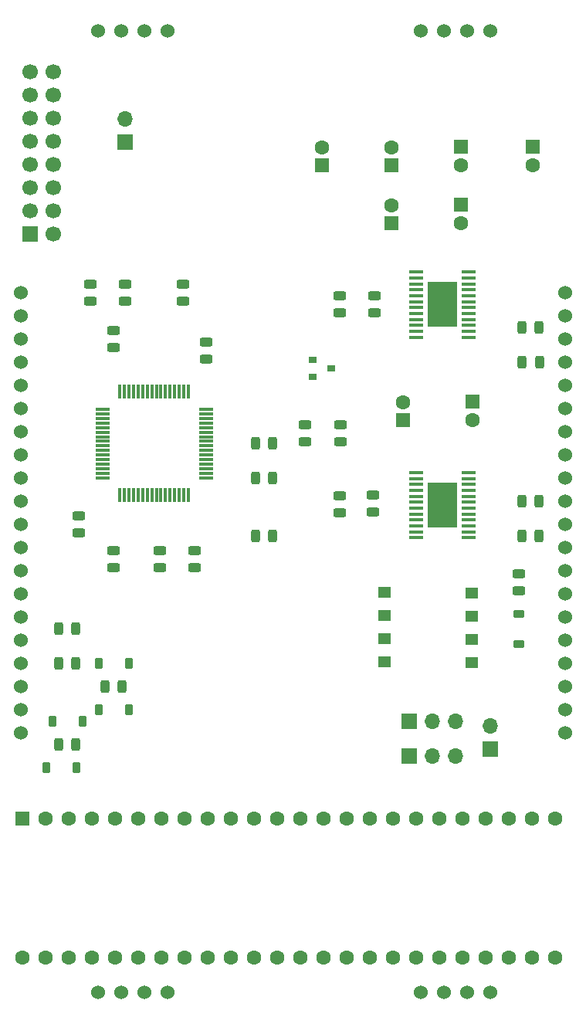
<source format=gbr>
%TF.GenerationSoftware,KiCad,Pcbnew,7.0.10*%
%TF.CreationDate,2024-05-23T22:52:30+02:00*%
%TF.ProjectId,teensy-eurorack,7465656e-7379-42d6-9575-726f7261636b,rev?*%
%TF.SameCoordinates,Original*%
%TF.FileFunction,Soldermask,Bot*%
%TF.FilePolarity,Negative*%
%FSLAX46Y46*%
G04 Gerber Fmt 4.6, Leading zero omitted, Abs format (unit mm)*
G04 Created by KiCad (PCBNEW 7.0.10) date 2024-05-23 22:52:30*
%MOMM*%
%LPD*%
G01*
G04 APERTURE LIST*
G04 Aperture macros list*
%AMRoundRect*
0 Rectangle with rounded corners*
0 $1 Rounding radius*
0 $2 $3 $4 $5 $6 $7 $8 $9 X,Y pos of 4 corners*
0 Add a 4 corners polygon primitive as box body*
4,1,4,$2,$3,$4,$5,$6,$7,$8,$9,$2,$3,0*
0 Add four circle primitives for the rounded corners*
1,1,$1+$1,$2,$3*
1,1,$1+$1,$4,$5*
1,1,$1+$1,$6,$7*
1,1,$1+$1,$8,$9*
0 Add four rect primitives between the rounded corners*
20,1,$1+$1,$2,$3,$4,$5,0*
20,1,$1+$1,$4,$5,$6,$7,0*
20,1,$1+$1,$6,$7,$8,$9,0*
20,1,$1+$1,$8,$9,$2,$3,0*%
G04 Aperture macros list end*
%ADD10R,1.700000X1.700000*%
%ADD11C,1.700000*%
%ADD12RoundRect,0.225000X0.225000X0.375000X-0.225000X0.375000X-0.225000X-0.375000X0.225000X-0.375000X0*%
%ADD13RoundRect,0.225000X-0.225000X-0.375000X0.225000X-0.375000X0.225000X0.375000X-0.225000X0.375000X0*%
%ADD14RoundRect,0.225000X-0.375000X0.225000X-0.375000X-0.225000X0.375000X-0.225000X0.375000X0.225000X0*%
%ADD15C,1.600000*%
%ADD16R,1.600000X1.600000*%
%ADD17C,1.524000*%
%ADD18O,1.700000X1.700000*%
%ADD19RoundRect,0.243750X0.243750X0.456250X-0.243750X0.456250X-0.243750X-0.456250X0.243750X-0.456250X0*%
%ADD20R,1.400000X1.300000*%
%ADD21RoundRect,0.075000X-0.075000X0.700000X-0.075000X-0.700000X0.075000X-0.700000X0.075000X0.700000X0*%
%ADD22RoundRect,0.075000X-0.700000X0.075000X-0.700000X-0.075000X0.700000X-0.075000X0.700000X0.075000X0*%
%ADD23R,0.900000X0.800000*%
%ADD24RoundRect,0.100000X0.675000X0.100000X-0.675000X0.100000X-0.675000X-0.100000X0.675000X-0.100000X0*%
%ADD25R,3.200000X5.000000*%
%ADD26RoundRect,0.243750X-0.243750X-0.456250X0.243750X-0.456250X0.243750X0.456250X-0.243750X0.456250X0*%
%ADD27RoundRect,0.243750X0.456250X-0.243750X0.456250X0.243750X-0.456250X0.243750X-0.456250X-0.243750X0*%
%ADD28RoundRect,0.243750X-0.456250X0.243750X-0.456250X-0.243750X0.456250X-0.243750X0.456250X0.243750X0*%
G04 APERTURE END LIST*
D10*
%TO.C,J28*%
X111506000Y-58293000D03*
D11*
X114046000Y-58293000D03*
X111506000Y-55753000D03*
X114046000Y-55753000D03*
X111506000Y-53213000D03*
X114046000Y-53213000D03*
X111506000Y-50673000D03*
X114046000Y-50673000D03*
X111506000Y-48133000D03*
X114046000Y-48133000D03*
X111506000Y-45593000D03*
X114046000Y-45593000D03*
X114046000Y-43053000D03*
X111506000Y-43053000D03*
X111506000Y-40513000D03*
X114046000Y-40513000D03*
%TD*%
D12*
%TO.C,D5*%
X122300000Y-105410000D03*
X119000000Y-105410000D03*
%TD*%
D13*
%TO.C,D4*%
X119000000Y-110490000D03*
X122300000Y-110490000D03*
%TD*%
D12*
%TO.C,D3*%
X117220000Y-111760000D03*
X113920000Y-111760000D03*
%TD*%
D13*
%TO.C,D2*%
X116600000Y-116800000D03*
X113300000Y-116800000D03*
%TD*%
D14*
%TO.C,D1*%
X165100000Y-103250000D03*
X165100000Y-99950000D03*
%TD*%
D15*
%TO.C,C34*%
X158750000Y-50768000D03*
D16*
X158750000Y-48768000D03*
%TD*%
D17*
%TO.C,BB1*%
X110490000Y-64770000D03*
X110490000Y-67310000D03*
X110490000Y-69850000D03*
X110490000Y-72390000D03*
X110490000Y-74930000D03*
X110490000Y-77470000D03*
X110490000Y-80010000D03*
X110490000Y-82550000D03*
X110490000Y-85090000D03*
X110490000Y-87630000D03*
X110490000Y-90170000D03*
X110490000Y-92710000D03*
X110490000Y-95250000D03*
X110490000Y-97790000D03*
X110490000Y-100330000D03*
X110490000Y-102870000D03*
X110490000Y-105410000D03*
X110490000Y-107950000D03*
X110490000Y-110490000D03*
X110490000Y-113030000D03*
X170180000Y-64770000D03*
X170180000Y-67310000D03*
X170180000Y-69850000D03*
X170180000Y-72390000D03*
X170180000Y-74930000D03*
X170180000Y-77470000D03*
X170180000Y-80010000D03*
X170180000Y-82550000D03*
X170180000Y-85090000D03*
X170180000Y-87630000D03*
X170180000Y-90170000D03*
X170180000Y-92710000D03*
X170180000Y-95250000D03*
X170180000Y-97790000D03*
X170180000Y-100330000D03*
X170180000Y-102870000D03*
X170180000Y-105410000D03*
X170180000Y-107950000D03*
X170180000Y-110490000D03*
X170180000Y-113030000D03*
X161925000Y-141478000D03*
X159385000Y-141478000D03*
X156845000Y-141478000D03*
X154305000Y-141478000D03*
X126555500Y-141478000D03*
X124015500Y-141478000D03*
X121475500Y-141478000D03*
X118935500Y-141478000D03*
X118935500Y-36068000D03*
X121475500Y-36068000D03*
X124015500Y-36068000D03*
X126555500Y-36068000D03*
X154305000Y-36068000D03*
X156845000Y-36068000D03*
X159385000Y-36068000D03*
X161925000Y-36068000D03*
%TD*%
D15*
%TO.C,C33*%
X166624000Y-50768000D03*
D16*
X166624000Y-48768000D03*
%TD*%
D15*
%TO.C,C32*%
X160020000Y-78708000D03*
D16*
X160020000Y-76708000D03*
%TD*%
D15*
%TO.C,C31*%
X158750000Y-57118000D03*
D16*
X158750000Y-55118000D03*
%TD*%
D15*
%TO.C,C25*%
X151130000Y-55150000D03*
D16*
X151130000Y-57150000D03*
%TD*%
D15*
%TO.C,C23*%
X152400000Y-76740000D03*
D16*
X152400000Y-78740000D03*
%TD*%
D15*
%TO.C,C21*%
X151130000Y-48800000D03*
D16*
X151130000Y-50800000D03*
%TD*%
D15*
%TO.C,C19*%
X143510000Y-48800000D03*
D16*
X143510000Y-50800000D03*
%TD*%
D18*
%TO.C,J3*%
X158115000Y-111760000D03*
X155575000Y-111760000D03*
D10*
X153035000Y-111760000D03*
%TD*%
D18*
%TO.C,J2*%
X161925000Y-112268000D03*
D10*
X161925000Y-114808000D03*
%TD*%
D18*
%TO.C,J1*%
X158115000Y-115570000D03*
X155575000Y-115570000D03*
D10*
X153035000Y-115570000D03*
%TD*%
D19*
%TO.C,R4*%
X121587500Y-107950000D03*
X119712500Y-107950000D03*
%TD*%
%TO.C,R3*%
X116507500Y-114300000D03*
X114632500Y-114300000D03*
%TD*%
D20*
%TO.C,U7*%
X159900000Y-97640000D03*
X159900000Y-100180000D03*
X159900000Y-102720000D03*
X159900000Y-105260000D03*
X150360000Y-105190000D03*
X150360000Y-102650000D03*
X150360000Y-100110000D03*
X150360000Y-97570000D03*
%TD*%
D21*
%TO.C,U6*%
X121345000Y-75605000D03*
X121845000Y-75605000D03*
X122345000Y-75605000D03*
X122845000Y-75605000D03*
X123345000Y-75605000D03*
X123845000Y-75605000D03*
X124345000Y-75605000D03*
X124845000Y-75605000D03*
X125345000Y-75605000D03*
X125845000Y-75605000D03*
X126345000Y-75605000D03*
X126845000Y-75605000D03*
X127345000Y-75605000D03*
X127845000Y-75605000D03*
X128345000Y-75605000D03*
X128845000Y-75605000D03*
D22*
X130770000Y-77530000D03*
X130770000Y-78030000D03*
X130770000Y-78530000D03*
X130770000Y-79030000D03*
X130770000Y-79530000D03*
X130770000Y-80030000D03*
X130770000Y-80530000D03*
X130770000Y-81030000D03*
X130770000Y-81530000D03*
X130770000Y-82030000D03*
X130770000Y-82530000D03*
X130770000Y-83030000D03*
X130770000Y-83530000D03*
X130770000Y-84030000D03*
X130770000Y-84530000D03*
X130770000Y-85030000D03*
D21*
X128845000Y-86955000D03*
X128345000Y-86955000D03*
X127845000Y-86955000D03*
X127345000Y-86955000D03*
X126845000Y-86955000D03*
X126345000Y-86955000D03*
X125845000Y-86955000D03*
X125345000Y-86955000D03*
X124845000Y-86955000D03*
X124345000Y-86955000D03*
X123845000Y-86955000D03*
X123345000Y-86955000D03*
X122845000Y-86955000D03*
X122345000Y-86955000D03*
X121845000Y-86955000D03*
X121345000Y-86955000D03*
D22*
X119420000Y-85030000D03*
X119420000Y-84530000D03*
X119420000Y-84030000D03*
X119420000Y-83530000D03*
X119420000Y-83030000D03*
X119420000Y-82530000D03*
X119420000Y-82030000D03*
X119420000Y-81530000D03*
X119420000Y-81030000D03*
X119420000Y-80530000D03*
X119420000Y-80030000D03*
X119420000Y-79530000D03*
X119420000Y-79030000D03*
X119420000Y-78530000D03*
X119420000Y-78030000D03*
X119420000Y-77530000D03*
%TD*%
D23*
%TO.C,U5*%
X142510000Y-73975000D03*
X142510000Y-72075000D03*
X144510000Y-73025000D03*
%TD*%
D24*
%TO.C,U3*%
X159555000Y-84455000D03*
X159555000Y-85105000D03*
X159555000Y-85755000D03*
X159555000Y-86405000D03*
X159555000Y-87055000D03*
X159555000Y-87705000D03*
X159555000Y-88355000D03*
X159555000Y-89005000D03*
X159555000Y-89655000D03*
X159555000Y-90305000D03*
X159555000Y-90955000D03*
X159555000Y-91605000D03*
X153805000Y-91605000D03*
X153805000Y-90955000D03*
X153805000Y-90305000D03*
X153805000Y-89655000D03*
X153805000Y-89005000D03*
X153805000Y-88355000D03*
X153805000Y-87705000D03*
X153805000Y-87055000D03*
X153805000Y-86405000D03*
X153805000Y-85755000D03*
X153805000Y-85105000D03*
X153805000Y-84455000D03*
D25*
X156680000Y-88030000D03*
%TD*%
D24*
%TO.C,U2*%
X159555000Y-62465000D03*
X159555000Y-63115000D03*
X159555000Y-63765000D03*
X159555000Y-64415000D03*
X159555000Y-65065000D03*
X159555000Y-65715000D03*
X159555000Y-66365000D03*
X159555000Y-67015000D03*
X159555000Y-67665000D03*
X159555000Y-68315000D03*
X159555000Y-68965000D03*
X159555000Y-69615000D03*
X153805000Y-69615000D03*
X153805000Y-68965000D03*
X153805000Y-68315000D03*
X153805000Y-67665000D03*
X153805000Y-67015000D03*
X153805000Y-66365000D03*
X153805000Y-65715000D03*
X153805000Y-65065000D03*
X153805000Y-64415000D03*
X153805000Y-63765000D03*
X153805000Y-63115000D03*
X153805000Y-62465000D03*
D25*
X156680000Y-66040000D03*
%TD*%
D26*
%TO.C,R38*%
X114632500Y-101600000D03*
X116507500Y-101600000D03*
%TD*%
D27*
%TO.C,R37*%
X165100000Y-97457500D03*
X165100000Y-95582500D03*
%TD*%
D19*
%TO.C,R36*%
X116507500Y-105410000D03*
X114632500Y-105410000D03*
%TD*%
D26*
%TO.C,R7*%
X136222500Y-91440000D03*
X138097500Y-91440000D03*
%TD*%
D28*
%TO.C,R6*%
X121920000Y-63832500D03*
X121920000Y-65707500D03*
%TD*%
%TO.C,R5*%
X118110000Y-63832500D03*
X118110000Y-65707500D03*
%TD*%
%TO.C,R1*%
X128270000Y-63832500D03*
X128270000Y-65707500D03*
%TD*%
D27*
%TO.C,C44*%
X129540000Y-94917500D03*
X129540000Y-93042500D03*
%TD*%
%TO.C,C43*%
X125730000Y-94917500D03*
X125730000Y-93042500D03*
%TD*%
%TO.C,C42*%
X120650000Y-94917500D03*
X120650000Y-93042500D03*
%TD*%
%TO.C,C41*%
X120650000Y-70787500D03*
X120650000Y-68912500D03*
%TD*%
%TO.C,C40*%
X130810000Y-72057500D03*
X130810000Y-70182500D03*
%TD*%
%TO.C,C39*%
X149098000Y-88821500D03*
X149098000Y-86946500D03*
%TD*%
D28*
%TO.C,C38*%
X116840000Y-89232500D03*
X116840000Y-91107500D03*
%TD*%
D27*
%TO.C,C37*%
X145415000Y-66977500D03*
X145415000Y-65102500D03*
%TD*%
D26*
%TO.C,C36*%
X136222500Y-85090000D03*
X138097500Y-85090000D03*
%TD*%
%TO.C,C35*%
X136222500Y-81280000D03*
X138097500Y-81280000D03*
%TD*%
D27*
%TO.C,C30*%
X149225000Y-66977500D03*
X149225000Y-65102500D03*
%TD*%
%TO.C,C29*%
X145415000Y-88870000D03*
X145415000Y-86995000D03*
%TD*%
%TO.C,C28*%
X145542000Y-81074500D03*
X145542000Y-79199500D03*
%TD*%
%TO.C,C27*%
X141605000Y-81074500D03*
X141605000Y-79199500D03*
%TD*%
D26*
%TO.C,C26*%
X165467500Y-72390000D03*
X167342500Y-72390000D03*
%TD*%
%TO.C,C24*%
X165432500Y-87630000D03*
X167307500Y-87630000D03*
%TD*%
%TO.C,C22*%
X165432500Y-68580000D03*
X167307500Y-68580000D03*
%TD*%
%TO.C,C20*%
X165432500Y-91440000D03*
X167307500Y-91440000D03*
%TD*%
D10*
%TO.C,J27*%
X121920000Y-48260000D03*
D18*
X121920000Y-45720000D03*
%TD*%
D15*
%TO.C,U4*%
X110617000Y-137668000D03*
X113157000Y-137668000D03*
X115697000Y-137668000D03*
X118237000Y-137668000D03*
X120777000Y-137668000D03*
X123317000Y-137668000D03*
X125857000Y-137668000D03*
X128397000Y-137668000D03*
X130937000Y-137668000D03*
X133477000Y-137668000D03*
X136017000Y-137668000D03*
X138557000Y-137668000D03*
X141097000Y-137668000D03*
X143637000Y-137668000D03*
D16*
X110617000Y-122428000D03*
D15*
X113157000Y-122428000D03*
X115697000Y-122428000D03*
X118237000Y-122428000D03*
X120777000Y-122428000D03*
X123317000Y-122428000D03*
X125857000Y-122428000D03*
X128397000Y-122428000D03*
X130937000Y-122428000D03*
X133477000Y-122428000D03*
X136017000Y-122428000D03*
X138557000Y-122428000D03*
X141097000Y-122428000D03*
X146177000Y-137668000D03*
X148717000Y-137668000D03*
X151257000Y-137668000D03*
X153797000Y-137668000D03*
X156337000Y-137668000D03*
X158877000Y-137668000D03*
X161417000Y-137668000D03*
X163957000Y-137668000D03*
X166497000Y-137668000D03*
X169037000Y-137668000D03*
X169037000Y-122428000D03*
X166497000Y-122428000D03*
X163957000Y-122428000D03*
X161417000Y-122428000D03*
X143637000Y-122428000D03*
X146177000Y-122428000D03*
X148717000Y-122428000D03*
X158877000Y-122428000D03*
X156337000Y-122428000D03*
X153797000Y-122428000D03*
X151257000Y-122428000D03*
%TD*%
M02*

</source>
